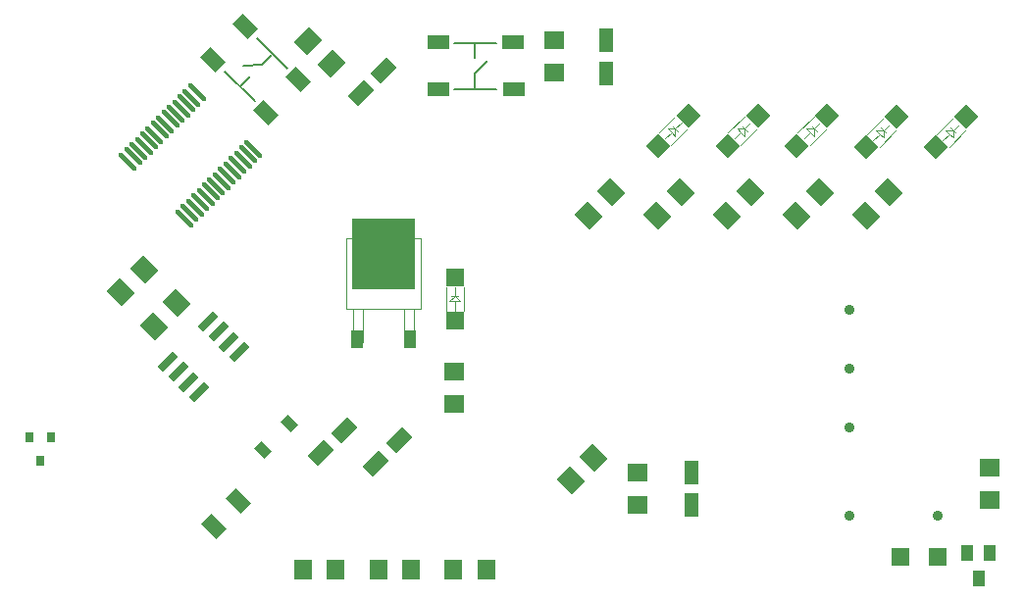
<source format=gtp>
G04*
G04 #@! TF.GenerationSoftware,Altium Limited,Altium Designer,19.0.10 (269)*
G04*
G04 Layer_Color=8421504*
%FSLAX25Y25*%
%MOIN*%
G70*
G01*
G75*
%ADD10C,0.00787*%
%ADD15C,0.03543*%
%ADD16C,0.00197*%
G04:AMPARAMS|DCode=17|XSize=74.8mil|YSize=47.24mil|CornerRadius=0mil|HoleSize=0mil|Usage=FLASHONLY|Rotation=135.000|XOffset=0mil|YOffset=0mil|HoleType=Round|Shape=Rectangle|*
%AMROTATEDRECTD17*
4,1,4,0.04315,-0.00974,0.00974,-0.04315,-0.04315,0.00974,-0.00974,0.04315,0.04315,-0.00974,0.0*
%
%ADD17ROTATEDRECTD17*%

%ADD18R,0.07087X0.06299*%
%ADD19R,0.04724X0.07874*%
G04:AMPARAMS|DCode=20|XSize=62.99mil|YSize=70.87mil|CornerRadius=0mil|HoleSize=0mil|Usage=FLASHONLY|Rotation=315.000|XOffset=0mil|YOffset=0mil|HoleType=Round|Shape=Rectangle|*
%AMROTATEDRECTD20*
4,1,4,-0.04733,-0.00278,0.00278,0.04733,0.04733,0.00278,-0.00278,-0.04733,-0.04733,-0.00278,0.0*
%
%ADD20ROTATEDRECTD20*%

G04:AMPARAMS|DCode=21|XSize=78.74mil|YSize=47.24mil|CornerRadius=0mil|HoleSize=0mil|Usage=FLASHONLY|Rotation=45.000|XOffset=0mil|YOffset=0mil|HoleType=Round|Shape=Rectangle|*
%AMROTATEDRECTD21*
4,1,4,-0.01114,-0.04454,-0.04454,-0.01114,0.01114,0.04454,0.04454,0.01114,-0.01114,-0.04454,0.0*
%
%ADD21ROTATEDRECTD21*%

G04:AMPARAMS|DCode=22|XSize=62.99mil|YSize=70.87mil|CornerRadius=0mil|HoleSize=0mil|Usage=FLASHONLY|Rotation=45.000|XOffset=0mil|YOffset=0mil|HoleType=Round|Shape=Rectangle|*
%AMROTATEDRECTD22*
4,1,4,0.00278,-0.04733,-0.04733,0.00278,-0.00278,0.04733,0.04733,-0.00278,0.00278,-0.04733,0.0*
%
%ADD22ROTATEDRECTD22*%

%ADD23R,0.06299X0.07087*%
%ADD24R,0.03937X0.05512*%
%ADD25R,0.05906X0.05906*%
G04:AMPARAMS|DCode=26|XSize=35.83mil|YSize=48.03mil|CornerRadius=0mil|HoleSize=0mil|Usage=FLASHONLY|Rotation=45.000|XOffset=0mil|YOffset=0mil|HoleType=Round|Shape=Rectangle|*
%AMROTATEDRECTD26*
4,1,4,0.00432,-0.02965,-0.02965,0.00432,-0.00432,0.02965,0.02965,-0.00432,0.00432,-0.02965,0.0*
%
%ADD26ROTATEDRECTD26*%

%ADD27P,0.08352X4X90.0*%
%ADD28R,0.05906X0.05906*%
%ADD29R,0.07480X0.04724*%
%ADD30R,0.21260X0.24410*%
%ADD31R,0.03937X0.06299*%
%ADD32R,0.03150X0.03543*%
G04:AMPARAMS|DCode=33|XSize=47.24mil|YSize=71.65mil|CornerRadius=0mil|HoleSize=0mil|Usage=FLASHONLY|Rotation=45.000|XOffset=0mil|YOffset=0mil|HoleType=Round|Shape=Rectangle|*
%AMROTATEDRECTD33*
4,1,4,0.00863,-0.04204,-0.04204,0.00863,-0.00863,0.04204,0.04204,-0.00863,0.00863,-0.04204,0.0*
%
%ADD33ROTATEDRECTD33*%

G04:AMPARAMS|DCode=34|XSize=74.8mil|YSize=23.62mil|CornerRadius=1.77mil|HoleSize=0mil|Usage=FLASHONLY|Rotation=225.000|XOffset=0mil|YOffset=0mil|HoleType=Round|Shape=RoundedRectangle|*
%AMROUNDEDRECTD34*
21,1,0.07480,0.02008,0,0,225.0*
21,1,0.07126,0.02362,0,0,225.0*
1,1,0.00354,-0.03229,-0.01810*
1,1,0.00354,0.01810,0.03229*
1,1,0.00354,0.03229,0.01810*
1,1,0.00354,-0.01810,-0.03229*
%
%ADD34ROUNDEDRECTD34*%
G04:AMPARAMS|DCode=35|XSize=17.72mil|YSize=82.68mil|CornerRadius=0mil|HoleSize=0mil|Usage=FLASHONLY|Rotation=45.000|XOffset=0mil|YOffset=0mil|HoleType=Round|Shape=Round|*
%AMOVALD35*
21,1,0.06496,0.01772,0.00000,0.00000,135.0*
1,1,0.01772,0.02297,-0.02297*
1,1,0.01772,-0.02297,0.02297*
%
%ADD35OVALD35*%

D10*
X189236Y282485D02*
X195360Y282764D01*
X198840Y286243D01*
X187983Y275386D02*
X191463Y278866D01*
X193968Y291672D02*
X204130Y281511D01*
X182833Y280536D02*
X192994Y270375D01*
X260827Y290158D02*
X275197D01*
X260827Y274410D02*
X275197D01*
X267913Y285236D02*
Y290158D01*
Y274803D02*
Y279724D01*
X272047Y284252D01*
D15*
X395197Y199331D02*
D03*
Y179331D02*
D03*
Y159331D02*
D03*
X425197Y129331D02*
D03*
X395197D02*
D03*
D16*
X333395Y261097D02*
X334648Y259844D01*
X335901Y258591D01*
Y258591D01*
Y261097D01*
X333395D02*
X335901D01*
X335066Y261932D02*
X335901Y261097D01*
X336736Y260261D01*
X332421Y257617D02*
X334648Y259844D01*
X335901Y261097D02*
X337988Y263184D01*
X330333Y259704D02*
X335901Y265272D01*
X334509Y255529D02*
X340076Y261097D01*
X357017D02*
X358270Y259844D01*
X359523Y258591D01*
X359523Y258591D01*
Y261097D01*
X357017D02*
X359523D01*
X358687Y261932D02*
X359523Y261097D01*
X360358Y260261D01*
X356043Y257617D02*
X358270Y259844D01*
X359523Y261097D02*
X361611Y263184D01*
X353955Y259704D02*
X359523Y265272D01*
X358131Y255529D02*
X363699Y261097D01*
X380639D02*
X381892Y259844D01*
X383145Y258591D01*
X383145Y258591D01*
X383145Y261097D02*
X383145Y258591D01*
X380639Y261097D02*
X383145D01*
X382310Y261932D02*
X383145Y261097D01*
X383980Y260261D01*
X379665Y257617D02*
X381892Y259844D01*
X383145Y261097D02*
X385233Y263184D01*
X377577Y259704D02*
X383145Y265272D01*
X381753Y255529D02*
X387321Y261097D01*
X404261Y260506D02*
X405514Y259253D01*
X406767Y258000D01*
X406767Y258000D01*
Y260506D01*
X404261D02*
X406767D01*
X405932Y261341D02*
X406767Y260506D01*
X407602Y259671D01*
X403287Y257026D02*
X405514Y259253D01*
X406767Y260506D02*
X408855Y262594D01*
X401199Y259114D02*
X406767Y264682D01*
X405375Y254938D02*
X410943Y260506D01*
X427883Y260506D02*
X429136Y259253D01*
X430389Y258000D01*
X430389Y258000D01*
X430389Y260506D02*
X430389Y258000D01*
X427883Y260506D02*
X430389D01*
X429554Y261341D02*
X430389Y260506D01*
X431224Y259671D01*
X426909Y257026D02*
X429136Y259253D01*
X430389Y260506D02*
X432477Y262594D01*
X424821Y259114D02*
X430389Y264682D01*
X428997Y254938D02*
X434565Y260506D01*
X259252Y202362D02*
X261024D01*
X262795D01*
Y202362D01*
X261024Y204134D02*
X262795Y202362D01*
X259252Y202362D02*
X261024Y204134D01*
X259842D02*
X261024D01*
X262205D01*
X261024Y199213D02*
Y202362D01*
Y204134D02*
Y207087D01*
X258071Y199213D02*
Y207087D01*
X263976Y199213D02*
Y207087D01*
X243760Y188327D02*
X247146D01*
X243760Y199803D02*
X247146D01*
X243760Y188327D02*
Y199744D01*
X247146Y188327D02*
Y199803D01*
X226378D02*
X229764D01*
X226378Y188327D02*
X229764D01*
Y199803D01*
X226378Y188327D02*
Y199744D01*
X224213Y223878D02*
X226102D01*
X224213Y206299D02*
Y223878D01*
Y199803D02*
Y206299D01*
Y199803D02*
X249331D01*
Y206299D01*
Y223878D01*
X247421Y223819D02*
X249311D01*
D17*
X178657Y284434D02*
D03*
X196752Y266339D02*
D03*
X207749Y277613D02*
D03*
X189653Y295709D02*
D03*
D18*
X442717Y134843D02*
D03*
Y145866D02*
D03*
X294685Y291142D02*
D03*
Y280118D02*
D03*
X260827Y178603D02*
D03*
Y167579D02*
D03*
X323031Y133071D02*
D03*
Y144095D02*
D03*
D19*
X312598Y290945D02*
D03*
Y279921D02*
D03*
X341339Y133071D02*
D03*
Y144095D02*
D03*
D20*
X219055Y283110D02*
D03*
X211260Y290905D02*
D03*
D21*
X228977Y273071D02*
D03*
X236771Y280866D02*
D03*
X223386Y158425D02*
D03*
X215591Y150630D02*
D03*
X234292Y147160D02*
D03*
X242086Y154955D02*
D03*
D22*
X166496Y201732D02*
D03*
X158701Y193937D02*
D03*
X147597Y205354D02*
D03*
X155392Y213149D02*
D03*
X300433Y141378D02*
D03*
X308228Y149173D02*
D03*
X314134Y239331D02*
D03*
X306339Y231536D02*
D03*
X337756Y239331D02*
D03*
X329961Y231536D02*
D03*
X361378Y239331D02*
D03*
X353583Y231536D02*
D03*
X377205D02*
D03*
X385000Y239331D02*
D03*
X408622Y239331D02*
D03*
X400827Y231536D02*
D03*
D23*
X220472Y111221D02*
D03*
X209449D02*
D03*
X246063D02*
D03*
X235039D02*
D03*
X271654D02*
D03*
X260630D02*
D03*
D24*
X442717Y116732D02*
D03*
X435236D02*
D03*
X438976Y108071D02*
D03*
D25*
X412598Y115551D02*
D03*
X425197D02*
D03*
D26*
X204721Y160823D02*
D03*
X195673Y151775D02*
D03*
D27*
X340355Y265551D02*
D03*
X330054Y255250D02*
D03*
X363977Y265551D02*
D03*
X353677Y255250D02*
D03*
X387599Y265551D02*
D03*
X377299Y255250D02*
D03*
X411221Y264960D02*
D03*
X400921Y254660D02*
D03*
X434843Y264960D02*
D03*
X424543Y254660D02*
D03*
D28*
X261024Y210433D02*
D03*
Y195866D02*
D03*
D29*
X281102Y274606D02*
D03*
X255512D02*
D03*
X255315Y290354D02*
D03*
X280906D02*
D03*
D30*
X236811Y218307D02*
D03*
D31*
X245768Y189567D02*
D03*
X227854D02*
D03*
D32*
X120079Y148228D02*
D03*
X116339Y156102D02*
D03*
X123819D02*
D03*
D33*
X187444Y134308D02*
D03*
X179064Y125928D02*
D03*
D34*
X174060Y171327D02*
D03*
X170524Y174863D02*
D03*
X166989Y178398D02*
D03*
X163453Y181934D02*
D03*
X177121Y195602D02*
D03*
X180657Y192067D02*
D03*
X184193Y188531D02*
D03*
X187728Y184995D02*
D03*
D35*
X173417Y273335D02*
D03*
X171608Y271525D02*
D03*
X169798Y269716D02*
D03*
X167989Y267906D02*
D03*
X166179Y266097D02*
D03*
X164370Y264287D02*
D03*
X162560Y262478D02*
D03*
X160751Y260668D02*
D03*
X158941Y258859D02*
D03*
X157132Y257049D02*
D03*
X155322Y255240D02*
D03*
X153513Y253430D02*
D03*
X151703Y251621D02*
D03*
X149893Y249811D02*
D03*
X192626Y254126D02*
D03*
X190817Y252316D02*
D03*
X189007Y250507D02*
D03*
X187198Y248697D02*
D03*
X185388Y246888D02*
D03*
X183579Y245078D02*
D03*
X181769Y243269D02*
D03*
X179959Y241459D02*
D03*
X178150Y239650D02*
D03*
X176340Y237840D02*
D03*
X174531Y236031D02*
D03*
X172721Y234221D02*
D03*
X170912Y232412D02*
D03*
X169102Y230602D02*
D03*
M02*

</source>
